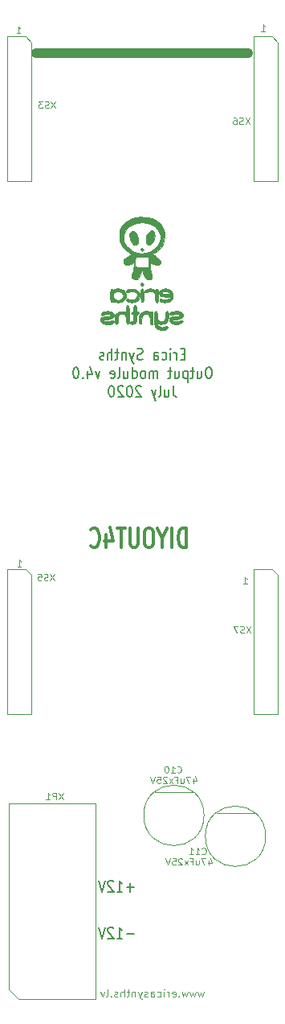
<source format=gbo>
G04 #@! TF.GenerationSoftware,KiCad,Pcbnew,(2016-12-20 revision 2972f6f)-master*
G04 #@! TF.CreationDate,2020-07-05T08:57:13+03:00*
G04 #@! TF.ProjectId,DIYOUT4C,4449594F555434432E6B696361645F70,rev?*
G04 #@! TF.FileFunction,Legend,Bot*
G04 #@! TF.FilePolarity,Positive*
%FSLAX46Y46*%
G04 Gerber Fmt 4.6, Leading zero omitted, Abs format (unit mm)*
G04 Created by KiCad (PCBNEW (2016-12-20 revision 2972f6f)-master) date Sun Jul  5 08:57:13 2020*
%MOMM*%
%LPD*%
G01*
G04 APERTURE LIST*
%ADD10C,0.100000*%
%ADD11C,0.300000*%
%ADD12C,1.000000*%
%ADD13C,0.150000*%
%ADD14C,0.200000*%
G04 APERTURE END LIST*
D10*
D11*
X19100000Y47895239D02*
X19100000Y49895239D01*
X18742857Y49895239D01*
X18528571Y49800000D01*
X18385714Y49609524D01*
X18314285Y49419048D01*
X18242857Y49038096D01*
X18242857Y48752381D01*
X18314285Y48371429D01*
X18385714Y48180953D01*
X18528571Y47990477D01*
X18742857Y47895239D01*
X19100000Y47895239D01*
X17600000Y47895239D02*
X17600000Y49895239D01*
X16600000Y48847620D02*
X16600000Y47895239D01*
X17100000Y49895239D02*
X16600000Y48847620D01*
X16100000Y49895239D01*
X15314285Y49895239D02*
X15028571Y49895239D01*
X14885714Y49800000D01*
X14742857Y49609524D01*
X14671428Y49228572D01*
X14671428Y48561905D01*
X14742857Y48180953D01*
X14885714Y47990477D01*
X15028571Y47895239D01*
X15314285Y47895239D01*
X15457142Y47990477D01*
X15600000Y48180953D01*
X15671428Y48561905D01*
X15671428Y49228572D01*
X15600000Y49609524D01*
X15457142Y49800000D01*
X15314285Y49895239D01*
X14028571Y49895239D02*
X14028571Y48276191D01*
X13957142Y48085715D01*
X13885714Y47990477D01*
X13742857Y47895239D01*
X13457142Y47895239D01*
X13314285Y47990477D01*
X13242857Y48085715D01*
X13171428Y48276191D01*
X13171428Y49895239D01*
X12671428Y49895239D02*
X11814285Y49895239D01*
X12242857Y47895239D02*
X12242857Y49895239D01*
X10671428Y49228572D02*
X10671428Y47895239D01*
X11028571Y49990477D02*
X11385714Y48561905D01*
X10457142Y48561905D01*
X9028571Y48085715D02*
X9100000Y47990477D01*
X9314285Y47895239D01*
X9457142Y47895239D01*
X9671428Y47990477D01*
X9814285Y48180953D01*
X9885714Y48371429D01*
X9957142Y48752381D01*
X9957142Y49038096D01*
X9885714Y49419048D01*
X9814285Y49609524D01*
X9671428Y49800000D01*
X9457142Y49895239D01*
X9314285Y49895239D01*
X9100000Y49800000D01*
X9028571Y49704762D01*
D12*
X3300000Y99900000D02*
X25600000Y99900000D01*
D10*
X27000000Y102183334D02*
X27400000Y102183334D01*
X27200000Y102183334D02*
X27200000Y102883334D01*
X27266666Y102783334D01*
X27333333Y102716667D01*
X27400000Y102683334D01*
X1200000Y101983334D02*
X1600000Y101983334D01*
X1400000Y101983334D02*
X1400000Y102683334D01*
X1466666Y102583334D01*
X1533333Y102516667D01*
X1600000Y102483334D01*
X1300000Y45883334D02*
X1700000Y45883334D01*
X1500000Y45883334D02*
X1500000Y46583334D01*
X1566666Y46483334D01*
X1633333Y46416667D01*
X1700000Y46383334D01*
X25126000Y44066334D02*
X25526000Y44066334D01*
X25326000Y44066334D02*
X25326000Y44766334D01*
X25392666Y44666334D01*
X25459333Y44599667D01*
X25526000Y44566334D01*
X20928571Y1171429D02*
X20776190Y638096D01*
X20623809Y1019048D01*
X20471428Y638096D01*
X20319047Y1171429D01*
X20090476Y1171429D02*
X19938095Y638096D01*
X19785714Y1019048D01*
X19633333Y638096D01*
X19480952Y1171429D01*
X19252380Y1171429D02*
X19100000Y638096D01*
X18947619Y1019048D01*
X18795238Y638096D01*
X18642857Y1171429D01*
X18338095Y714286D02*
X18300000Y676191D01*
X18338095Y638096D01*
X18376190Y676191D01*
X18338095Y714286D01*
X18338095Y638096D01*
X17652380Y676191D02*
X17728571Y638096D01*
X17880952Y638096D01*
X17957142Y676191D01*
X17995238Y752381D01*
X17995238Y1057143D01*
X17957142Y1133334D01*
X17880952Y1171429D01*
X17728571Y1171429D01*
X17652380Y1133334D01*
X17614285Y1057143D01*
X17614285Y980953D01*
X17995238Y904762D01*
X17271428Y638096D02*
X17271428Y1171429D01*
X17271428Y1019048D02*
X17233333Y1095239D01*
X17195238Y1133334D01*
X17119047Y1171429D01*
X17042857Y1171429D01*
X16776190Y638096D02*
X16776190Y1171429D01*
X16776190Y1438096D02*
X16814285Y1400000D01*
X16776190Y1361905D01*
X16738095Y1400000D01*
X16776190Y1438096D01*
X16776190Y1361905D01*
X16052380Y676191D02*
X16128571Y638096D01*
X16280952Y638096D01*
X16357142Y676191D01*
X16395238Y714286D01*
X16433333Y790477D01*
X16433333Y1019048D01*
X16395238Y1095239D01*
X16357142Y1133334D01*
X16280952Y1171429D01*
X16128571Y1171429D01*
X16052380Y1133334D01*
X15366666Y638096D02*
X15366666Y1057143D01*
X15404761Y1133334D01*
X15480952Y1171429D01*
X15633333Y1171429D01*
X15709523Y1133334D01*
X15366666Y676191D02*
X15442857Y638096D01*
X15633333Y638096D01*
X15709523Y676191D01*
X15747619Y752381D01*
X15747619Y828572D01*
X15709523Y904762D01*
X15633333Y942858D01*
X15442857Y942858D01*
X15366666Y980953D01*
X15023809Y676191D02*
X14947619Y638096D01*
X14795238Y638096D01*
X14719047Y676191D01*
X14680952Y752381D01*
X14680952Y790477D01*
X14719047Y866667D01*
X14795238Y904762D01*
X14909523Y904762D01*
X14985714Y942858D01*
X15023809Y1019048D01*
X15023809Y1057143D01*
X14985714Y1133334D01*
X14909523Y1171429D01*
X14795238Y1171429D01*
X14719047Y1133334D01*
X14414285Y1171429D02*
X14223809Y638096D01*
X14033333Y1171429D02*
X14223809Y638096D01*
X14300000Y447620D01*
X14338095Y409524D01*
X14414285Y371429D01*
X13728571Y1171429D02*
X13728571Y638096D01*
X13728571Y1095239D02*
X13690476Y1133334D01*
X13614285Y1171429D01*
X13500000Y1171429D01*
X13423809Y1133334D01*
X13385714Y1057143D01*
X13385714Y638096D01*
X13119047Y1171429D02*
X12814285Y1171429D01*
X13004761Y1438096D02*
X13004761Y752381D01*
X12966666Y676191D01*
X12890476Y638096D01*
X12814285Y638096D01*
X12547619Y638096D02*
X12547619Y1438096D01*
X12204761Y638096D02*
X12204761Y1057143D01*
X12242857Y1133334D01*
X12319047Y1171429D01*
X12433333Y1171429D01*
X12509523Y1133334D01*
X12547619Y1095239D01*
X11861904Y676191D02*
X11785714Y638096D01*
X11633333Y638096D01*
X11557142Y676191D01*
X11519047Y752381D01*
X11519047Y790477D01*
X11557142Y866667D01*
X11633333Y904762D01*
X11747619Y904762D01*
X11823809Y942858D01*
X11861904Y1019048D01*
X11861904Y1057143D01*
X11823809Y1133334D01*
X11747619Y1171429D01*
X11633333Y1171429D01*
X11557142Y1133334D01*
X11176190Y714286D02*
X11138095Y676191D01*
X11176190Y638096D01*
X11214285Y676191D01*
X11176190Y714286D01*
X11176190Y638096D01*
X10680952Y638096D02*
X10757142Y676191D01*
X10795238Y752381D01*
X10795238Y1438096D01*
X10452380Y1171429D02*
X10261904Y638096D01*
X10071428Y1171429D01*
D13*
X18976190Y68235715D02*
X18642857Y68235715D01*
X18500000Y67607143D02*
X18976190Y67607143D01*
X18976190Y68807143D01*
X18500000Y68807143D01*
X18071428Y67607143D02*
X18071428Y68407143D01*
X18071428Y68178572D02*
X18023809Y68292858D01*
X17976190Y68350000D01*
X17880952Y68407143D01*
X17785714Y68407143D01*
X17452380Y67607143D02*
X17452380Y68407143D01*
X17452380Y68807143D02*
X17500000Y68750000D01*
X17452380Y68692858D01*
X17404761Y68750000D01*
X17452380Y68807143D01*
X17452380Y68692858D01*
X16547619Y67664286D02*
X16642857Y67607143D01*
X16833333Y67607143D01*
X16928571Y67664286D01*
X16976190Y67721429D01*
X17023809Y67835715D01*
X17023809Y68178572D01*
X16976190Y68292858D01*
X16928571Y68350000D01*
X16833333Y68407143D01*
X16642857Y68407143D01*
X16547619Y68350000D01*
X15690476Y67607143D02*
X15690476Y68235715D01*
X15738095Y68350000D01*
X15833333Y68407143D01*
X16023809Y68407143D01*
X16119047Y68350000D01*
X15690476Y67664286D02*
X15785714Y67607143D01*
X16023809Y67607143D01*
X16119047Y67664286D01*
X16166666Y67778572D01*
X16166666Y67892858D01*
X16119047Y68007143D01*
X16023809Y68064286D01*
X15785714Y68064286D01*
X15690476Y68121429D01*
X14500000Y67664286D02*
X14357142Y67607143D01*
X14119047Y67607143D01*
X14023809Y67664286D01*
X13976190Y67721429D01*
X13928571Y67835715D01*
X13928571Y67950000D01*
X13976190Y68064286D01*
X14023809Y68121429D01*
X14119047Y68178572D01*
X14309523Y68235715D01*
X14404761Y68292858D01*
X14452380Y68350000D01*
X14500000Y68464286D01*
X14500000Y68578572D01*
X14452380Y68692858D01*
X14404761Y68750000D01*
X14309523Y68807143D01*
X14071428Y68807143D01*
X13928571Y68750000D01*
X13595238Y68407143D02*
X13357142Y67607143D01*
X13119047Y68407143D02*
X13357142Y67607143D01*
X13452380Y67321429D01*
X13500000Y67264286D01*
X13595238Y67207143D01*
X12738095Y68407143D02*
X12738095Y67607143D01*
X12738095Y68292858D02*
X12690476Y68350000D01*
X12595238Y68407143D01*
X12452380Y68407143D01*
X12357142Y68350000D01*
X12309523Y68235715D01*
X12309523Y67607143D01*
X11976190Y68407143D02*
X11595238Y68407143D01*
X11833333Y68807143D02*
X11833333Y67778572D01*
X11785714Y67664286D01*
X11690476Y67607143D01*
X11595238Y67607143D01*
X11261904Y67607143D02*
X11261904Y68807143D01*
X10833333Y67607143D02*
X10833333Y68235715D01*
X10880952Y68350000D01*
X10976190Y68407143D01*
X11119047Y68407143D01*
X11214285Y68350000D01*
X11261904Y68292858D01*
X10404761Y67664286D02*
X10309523Y67607143D01*
X10119047Y67607143D01*
X10023809Y67664286D01*
X9976190Y67778572D01*
X9976190Y67835715D01*
X10023809Y67950000D01*
X10119047Y68007143D01*
X10261904Y68007143D01*
X10357142Y68064286D01*
X10404761Y68178572D01*
X10404761Y68235715D01*
X10357142Y68350000D01*
X10261904Y68407143D01*
X10119047Y68407143D01*
X10023809Y68350000D01*
X21571428Y66857143D02*
X21380952Y66857143D01*
X21285714Y66800000D01*
X21190476Y66685715D01*
X21142857Y66457143D01*
X21142857Y66057143D01*
X21190476Y65828572D01*
X21285714Y65714286D01*
X21380952Y65657143D01*
X21571428Y65657143D01*
X21666666Y65714286D01*
X21761904Y65828572D01*
X21809523Y66057143D01*
X21809523Y66457143D01*
X21761904Y66685715D01*
X21666666Y66800000D01*
X21571428Y66857143D01*
X20285714Y66457143D02*
X20285714Y65657143D01*
X20714285Y66457143D02*
X20714285Y65828572D01*
X20666666Y65714286D01*
X20571428Y65657143D01*
X20428571Y65657143D01*
X20333333Y65714286D01*
X20285714Y65771429D01*
X19952380Y66457143D02*
X19571428Y66457143D01*
X19809523Y66857143D02*
X19809523Y65828572D01*
X19761904Y65714286D01*
X19666666Y65657143D01*
X19571428Y65657143D01*
X19238095Y66457143D02*
X19238095Y65257143D01*
X19238095Y66400000D02*
X19142857Y66457143D01*
X18952380Y66457143D01*
X18857142Y66400000D01*
X18809523Y66342858D01*
X18761904Y66228572D01*
X18761904Y65885715D01*
X18809523Y65771429D01*
X18857142Y65714286D01*
X18952380Y65657143D01*
X19142857Y65657143D01*
X19238095Y65714286D01*
X17904761Y66457143D02*
X17904761Y65657143D01*
X18333333Y66457143D02*
X18333333Y65828572D01*
X18285714Y65714286D01*
X18190476Y65657143D01*
X18047619Y65657143D01*
X17952380Y65714286D01*
X17904761Y65771429D01*
X17571428Y66457143D02*
X17190476Y66457143D01*
X17428571Y66857143D02*
X17428571Y65828572D01*
X17380952Y65714286D01*
X17285714Y65657143D01*
X17190476Y65657143D01*
X16095238Y65657143D02*
X16095238Y66457143D01*
X16095238Y66342858D02*
X16047619Y66400000D01*
X15952380Y66457143D01*
X15809523Y66457143D01*
X15714285Y66400000D01*
X15666666Y66285715D01*
X15666666Y65657143D01*
X15666666Y66285715D02*
X15619047Y66400000D01*
X15523809Y66457143D01*
X15380952Y66457143D01*
X15285714Y66400000D01*
X15238095Y66285715D01*
X15238095Y65657143D01*
X14619047Y65657143D02*
X14714285Y65714286D01*
X14761904Y65771429D01*
X14809523Y65885715D01*
X14809523Y66228572D01*
X14761904Y66342858D01*
X14714285Y66400000D01*
X14619047Y66457143D01*
X14476190Y66457143D01*
X14380952Y66400000D01*
X14333333Y66342858D01*
X14285714Y66228572D01*
X14285714Y65885715D01*
X14333333Y65771429D01*
X14380952Y65714286D01*
X14476190Y65657143D01*
X14619047Y65657143D01*
X13428571Y65657143D02*
X13428571Y66857143D01*
X13428571Y65714286D02*
X13523809Y65657143D01*
X13714285Y65657143D01*
X13809523Y65714286D01*
X13857142Y65771429D01*
X13904761Y65885715D01*
X13904761Y66228572D01*
X13857142Y66342858D01*
X13809523Y66400000D01*
X13714285Y66457143D01*
X13523809Y66457143D01*
X13428571Y66400000D01*
X12523809Y66457143D02*
X12523809Y65657143D01*
X12952380Y66457143D02*
X12952380Y65828572D01*
X12904761Y65714286D01*
X12809523Y65657143D01*
X12666666Y65657143D01*
X12571428Y65714286D01*
X12523809Y65771429D01*
X11904761Y65657143D02*
X12000000Y65714286D01*
X12047619Y65828572D01*
X12047619Y66857143D01*
X11142857Y65714286D02*
X11238095Y65657143D01*
X11428571Y65657143D01*
X11523809Y65714286D01*
X11571428Y65828572D01*
X11571428Y66285715D01*
X11523809Y66400000D01*
X11428571Y66457143D01*
X11238095Y66457143D01*
X11142857Y66400000D01*
X11095238Y66285715D01*
X11095238Y66171429D01*
X11571428Y66057143D01*
X10000000Y66457143D02*
X9761904Y65657143D01*
X9523809Y66457143D01*
X8714285Y66457143D02*
X8714285Y65657143D01*
X8952380Y66914286D02*
X9190476Y66057143D01*
X8571428Y66057143D01*
X8190476Y65771429D02*
X8142857Y65714286D01*
X8190476Y65657143D01*
X8238095Y65714286D01*
X8190476Y65771429D01*
X8190476Y65657143D01*
X7523809Y66857143D02*
X7428571Y66857143D01*
X7333333Y66800000D01*
X7285714Y66742858D01*
X7238095Y66628572D01*
X7190476Y66400000D01*
X7190476Y66114286D01*
X7238095Y65885715D01*
X7285714Y65771429D01*
X7333333Y65714286D01*
X7428571Y65657143D01*
X7523809Y65657143D01*
X7619047Y65714286D01*
X7666666Y65771429D01*
X7714285Y65885715D01*
X7761904Y66114286D01*
X7761904Y66400000D01*
X7714285Y66628572D01*
X7666666Y66742858D01*
X7619047Y66800000D01*
X7523809Y66857143D01*
X17738095Y64907143D02*
X17738095Y64050000D01*
X17785714Y63878572D01*
X17880952Y63764286D01*
X18023809Y63707143D01*
X18119047Y63707143D01*
X16833333Y64507143D02*
X16833333Y63707143D01*
X17261904Y64507143D02*
X17261904Y63878572D01*
X17214285Y63764286D01*
X17119047Y63707143D01*
X16976190Y63707143D01*
X16880952Y63764286D01*
X16833333Y63821429D01*
X16214285Y63707143D02*
X16309523Y63764286D01*
X16357142Y63878572D01*
X16357142Y64907143D01*
X15928571Y64507143D02*
X15690476Y63707143D01*
X15452380Y64507143D02*
X15690476Y63707143D01*
X15785714Y63421429D01*
X15833333Y63364286D01*
X15928571Y63307143D01*
X14357142Y64792858D02*
X14309523Y64850000D01*
X14214285Y64907143D01*
X13976190Y64907143D01*
X13880952Y64850000D01*
X13833333Y64792858D01*
X13785714Y64678572D01*
X13785714Y64564286D01*
X13833333Y64392858D01*
X14404761Y63707143D01*
X13785714Y63707143D01*
X13166666Y64907143D02*
X13071428Y64907143D01*
X12976190Y64850000D01*
X12928571Y64792858D01*
X12880952Y64678572D01*
X12833333Y64450000D01*
X12833333Y64164286D01*
X12880952Y63935715D01*
X12928571Y63821429D01*
X12976190Y63764286D01*
X13071428Y63707143D01*
X13166666Y63707143D01*
X13261904Y63764286D01*
X13309523Y63821429D01*
X13357142Y63935715D01*
X13404761Y64164286D01*
X13404761Y64450000D01*
X13357142Y64678572D01*
X13309523Y64792858D01*
X13261904Y64850000D01*
X13166666Y64907143D01*
X12452380Y64792858D02*
X12404761Y64850000D01*
X12309523Y64907143D01*
X12071428Y64907143D01*
X11976190Y64850000D01*
X11928571Y64792858D01*
X11880952Y64678572D01*
X11880952Y64564286D01*
X11928571Y64392858D01*
X12500000Y63707143D01*
X11880952Y63707143D01*
X11261904Y64907143D02*
X11166666Y64907143D01*
X11071428Y64850000D01*
X11023809Y64792858D01*
X10976190Y64678572D01*
X10928571Y64450000D01*
X10928571Y64164286D01*
X10976190Y63935715D01*
X11023809Y63821429D01*
X11071428Y63764286D01*
X11166666Y63707143D01*
X11261904Y63707143D01*
X11357142Y63764286D01*
X11404761Y63821429D01*
X11452380Y63935715D01*
X11500000Y64164286D01*
X11500000Y64450000D01*
X11452380Y64678572D01*
X11404761Y64792858D01*
X11357142Y64850000D01*
X11261904Y64907143D01*
D14*
X13561904Y12114286D02*
X12800000Y12114286D01*
X13180952Y11657143D02*
X13180952Y12571429D01*
X11800000Y11657143D02*
X12371428Y11657143D01*
X12085714Y11657143D02*
X12085714Y12857143D01*
X12180952Y12685715D01*
X12276190Y12571429D01*
X12371428Y12514286D01*
X11419047Y12742858D02*
X11371428Y12800000D01*
X11276190Y12857143D01*
X11038095Y12857143D01*
X10942857Y12800000D01*
X10895238Y12742858D01*
X10847619Y12628572D01*
X10847619Y12514286D01*
X10895238Y12342858D01*
X11466666Y11657143D01*
X10847619Y11657143D01*
X10561904Y12857143D02*
X10228571Y11657143D01*
X9895238Y12857143D01*
X13561904Y7214286D02*
X12800000Y7214286D01*
X11800000Y6757143D02*
X12371428Y6757143D01*
X12085714Y6757143D02*
X12085714Y7957143D01*
X12180952Y7785715D01*
X12276190Y7671429D01*
X12371428Y7614286D01*
X11419047Y7842858D02*
X11371428Y7900000D01*
X11276190Y7957143D01*
X11038095Y7957143D01*
X10942857Y7900000D01*
X10895238Y7842858D01*
X10847619Y7728572D01*
X10847619Y7614286D01*
X10895238Y7442858D01*
X11466666Y6757143D01*
X10847619Y6757143D01*
X10561904Y7957143D02*
X10228571Y6757143D01*
X9895238Y7957143D01*
D10*
X28770000Y86380000D02*
X26230000Y86380000D01*
X26230000Y86380000D02*
X26230000Y101620000D01*
X26230000Y101620000D02*
X28135000Y101620000D01*
X28135000Y101620000D02*
X28770000Y100985000D01*
X28770000Y100985000D02*
X28770000Y86380000D01*
X19768500Y22176500D02*
X15831500Y22176500D01*
X20980710Y19700000D02*
G75*
G03X20980710Y19700000I-3180710J0D01*
G01*
X26268500Y19976500D02*
X22331500Y19976500D01*
X27480710Y17500000D02*
G75*
G03X27480710Y17500000I-3180710J0D01*
G01*
X428000Y1429000D02*
X1444000Y413000D01*
X428000Y20987000D02*
X428000Y1429000D01*
X9572000Y413000D02*
X1444000Y413000D01*
X9572000Y20987000D02*
X428000Y20987000D01*
X9572000Y413000D02*
X9572000Y20987000D01*
X2770000Y86380000D02*
X230000Y86380000D01*
X230000Y86380000D02*
X230000Y101620000D01*
X230000Y101620000D02*
X2135000Y101620000D01*
X2135000Y101620000D02*
X2770000Y100985000D01*
X2770000Y100985000D02*
X2770000Y86380000D01*
X2770000Y30380000D02*
X230000Y30380000D01*
X230000Y30380000D02*
X230000Y45620000D01*
X230000Y45620000D02*
X2135000Y45620000D01*
X2135000Y45620000D02*
X2770000Y44985000D01*
X2770000Y44985000D02*
X2770000Y30380000D01*
X28770000Y30380000D02*
X26230000Y30380000D01*
X26230000Y30380000D02*
X26230000Y45620000D01*
X26230000Y45620000D02*
X28135000Y45620000D01*
X28135000Y45620000D02*
X28770000Y44985000D01*
X28770000Y44985000D02*
X28770000Y30380000D01*
G36*
X15732782Y72073353D02*
X15734600Y71903799D01*
X15743211Y71600886D01*
X15758139Y71380944D01*
X15781599Y71225429D01*
X15815808Y71115795D01*
X15832933Y71080751D01*
X15974904Y70919142D01*
X16183932Y70802781D01*
X16432090Y70740846D01*
X16691451Y70742517D01*
X16796094Y70764144D01*
X16972284Y70837983D01*
X17086256Y70937637D01*
X17121279Y71046498D01*
X17113590Y71079254D01*
X17067970Y71143717D01*
X16986493Y71156413D01*
X16848178Y71117482D01*
X16758147Y71081633D01*
X16597118Y71031146D01*
X16453616Y71036654D01*
X16376969Y71056466D01*
X16207877Y71125683D01*
X16108097Y71224488D01*
X16054312Y71351671D01*
X16038476Y71425415D01*
X16071282Y71441343D01*
X16175603Y71410023D01*
X16178453Y71409030D01*
X16390241Y71370459D01*
X16621540Y71382511D01*
X16832546Y71439427D01*
X16971723Y71523803D01*
X17082417Y71639707D01*
X17152569Y71755741D01*
X17194327Y71903226D01*
X17219837Y72113484D01*
X17224878Y72176596D01*
X17228625Y72447405D01*
X17193144Y72631332D01*
X17119300Y72725303D01*
X17067000Y72737600D01*
X16978116Y72692567D01*
X16920088Y72555903D01*
X16892155Y72325264D01*
X16889200Y72190014D01*
X16882733Y71984762D01*
X16859621Y71854443D01*
X16814300Y71772992D01*
X16796300Y71754874D01*
X16659085Y71689000D01*
X16477161Y71672327D01*
X16294219Y71703978D01*
X16171531Y71767424D01*
X16110566Y71828921D01*
X16072227Y71909807D01*
X16049543Y72035897D01*
X16035542Y72233011D01*
X16033355Y72279148D01*
X16018168Y72501418D01*
X15994684Y72639166D01*
X15959210Y72709364D01*
X15936506Y72724178D01*
X15856496Y72732381D01*
X15798366Y72680530D01*
X15759868Y72559494D01*
X15738756Y72360145D01*
X15732782Y72073353D01*
X15732782Y72073353D01*
X15732782Y72073353D01*
G37*
X15732782Y72073353D02*
X15734600Y71903799D01*
X15743211Y71600886D01*
X15758139Y71380944D01*
X15781599Y71225429D01*
X15815808Y71115795D01*
X15832933Y71080751D01*
X15974904Y70919142D01*
X16183932Y70802781D01*
X16432090Y70740846D01*
X16691451Y70742517D01*
X16796094Y70764144D01*
X16972284Y70837983D01*
X17086256Y70937637D01*
X17121279Y71046498D01*
X17113590Y71079254D01*
X17067970Y71143717D01*
X16986493Y71156413D01*
X16848178Y71117482D01*
X16758147Y71081633D01*
X16597118Y71031146D01*
X16453616Y71036654D01*
X16376969Y71056466D01*
X16207877Y71125683D01*
X16108097Y71224488D01*
X16054312Y71351671D01*
X16038476Y71425415D01*
X16071282Y71441343D01*
X16175603Y71410023D01*
X16178453Y71409030D01*
X16390241Y71370459D01*
X16621540Y71382511D01*
X16832546Y71439427D01*
X16971723Y71523803D01*
X17082417Y71639707D01*
X17152569Y71755741D01*
X17194327Y71903226D01*
X17219837Y72113484D01*
X17224878Y72176596D01*
X17228625Y72447405D01*
X17193144Y72631332D01*
X17119300Y72725303D01*
X17067000Y72737600D01*
X16978116Y72692567D01*
X16920088Y72555903D01*
X16892155Y72325264D01*
X16889200Y72190014D01*
X16882733Y71984762D01*
X16859621Y71854443D01*
X16814300Y71772992D01*
X16796300Y71754874D01*
X16659085Y71689000D01*
X16477161Y71672327D01*
X16294219Y71703978D01*
X16171531Y71767424D01*
X16110566Y71828921D01*
X16072227Y71909807D01*
X16049543Y72035897D01*
X16035542Y72233011D01*
X16033355Y72279148D01*
X16018168Y72501418D01*
X15994684Y72639166D01*
X15959210Y72709364D01*
X15936506Y72724178D01*
X15856496Y72732381D01*
X15798366Y72680530D01*
X15759868Y72559494D01*
X15738756Y72360145D01*
X15732782Y72073353D01*
X15732782Y72073353D01*
G36*
X17296540Y71821686D02*
X17337640Y71644341D01*
X17458457Y71495084D01*
X17651750Y71392140D01*
X17897172Y71340515D01*
X18174375Y71345211D01*
X18384481Y71386904D01*
X18585880Y71462646D01*
X18705138Y71551306D01*
X18735285Y71645506D01*
X18694974Y71715599D01*
X18612723Y71763248D01*
X18505334Y71738054D01*
X18497897Y71734715D01*
X18318060Y71675597D01*
X18119601Y71645455D01*
X17926919Y71643133D01*
X17764411Y71667474D01*
X17656475Y71717321D01*
X17625800Y71776055D01*
X17652671Y71815732D01*
X17743205Y71844497D01*
X17912285Y71865903D01*
X18043571Y71875790D01*
X18352557Y71915048D01*
X18570889Y71988529D01*
X18704643Y72099364D01*
X18759232Y72244812D01*
X18737602Y72432632D01*
X18628602Y72579863D01*
X18440204Y72681024D01*
X18180380Y72730635D01*
X18046532Y72734733D01*
X17807706Y72714999D01*
X17605942Y72666483D01*
X17454542Y72597112D01*
X17366812Y72514808D01*
X17356054Y72427497D01*
X17413823Y72357856D01*
X17493803Y72317173D01*
X17587186Y72326552D01*
X17678892Y72360832D01*
X17856827Y72411308D01*
X18054357Y72431747D01*
X18238197Y72422516D01*
X18375063Y72383980D01*
X18416414Y72352729D01*
X18449825Y72275900D01*
X18398446Y72222798D01*
X18257349Y72191415D01*
X18021608Y72179741D01*
X17991578Y72179578D01*
X17699052Y72154358D01*
X17481961Y72083240D01*
X17345920Y71970818D01*
X17296540Y71821686D01*
X17296540Y71821686D01*
X17296540Y71821686D01*
G37*
X17296540Y71821686D02*
X17337640Y71644341D01*
X17458457Y71495084D01*
X17651750Y71392140D01*
X17897172Y71340515D01*
X18174375Y71345211D01*
X18384481Y71386904D01*
X18585880Y71462646D01*
X18705138Y71551306D01*
X18735285Y71645506D01*
X18694974Y71715599D01*
X18612723Y71763248D01*
X18505334Y71738054D01*
X18497897Y71734715D01*
X18318060Y71675597D01*
X18119601Y71645455D01*
X17926919Y71643133D01*
X17764411Y71667474D01*
X17656475Y71717321D01*
X17625800Y71776055D01*
X17652671Y71815732D01*
X17743205Y71844497D01*
X17912285Y71865903D01*
X18043571Y71875790D01*
X18352557Y71915048D01*
X18570889Y71988529D01*
X18704643Y72099364D01*
X18759232Y72244812D01*
X18737602Y72432632D01*
X18628602Y72579863D01*
X18440204Y72681024D01*
X18180380Y72730635D01*
X18046532Y72734733D01*
X17807706Y72714999D01*
X17605942Y72666483D01*
X17454542Y72597112D01*
X17366812Y72514808D01*
X17356054Y72427497D01*
X17413823Y72357856D01*
X17493803Y72317173D01*
X17587186Y72326552D01*
X17678892Y72360832D01*
X17856827Y72411308D01*
X18054357Y72431747D01*
X18238197Y72422516D01*
X18375063Y72383980D01*
X18416414Y72352729D01*
X18449825Y72275900D01*
X18398446Y72222798D01*
X18257349Y72191415D01*
X18021608Y72179741D01*
X17991578Y72179578D01*
X17699052Y72154358D01*
X17481961Y72083240D01*
X17345920Y71970818D01*
X17296540Y71821686D01*
X17296540Y71821686D01*
G36*
X10032140Y71821686D02*
X10073240Y71644341D01*
X10194428Y71494735D01*
X10389215Y71391782D01*
X10638263Y71341083D01*
X10922234Y71348237D01*
X11032136Y71366639D01*
X11262480Y71429851D01*
X11399864Y71507461D01*
X11452492Y71604468D01*
X11453600Y71623382D01*
X11426824Y71717222D01*
X11339751Y71752602D01*
X11182266Y71731363D01*
X11058840Y71695192D01*
X10870155Y71653482D01*
X10680537Y71643979D01*
X10515544Y71663795D01*
X10400735Y71710042D01*
X10361400Y71774007D01*
X10386172Y71814561D01*
X10471107Y71843481D01*
X10632131Y71864699D01*
X10772146Y71875384D01*
X11071067Y71910924D01*
X11282354Y71975863D01*
X11417056Y72075442D01*
X11486005Y72214023D01*
X11482646Y72390626D01*
X11392821Y72546693D01*
X11231607Y72658300D01*
X11197886Y72671233D01*
X10989213Y72720100D01*
X10770340Y72733485D01*
X10557494Y72716269D01*
X10366902Y72673335D01*
X10214790Y72609563D01*
X10117386Y72529837D01*
X10090916Y72439037D01*
X10140046Y72352983D01*
X10204980Y72302304D01*
X10274366Y72304372D01*
X10377962Y72352030D01*
X10546968Y72407418D01*
X10749975Y72429884D01*
X10947221Y72419134D01*
X11098943Y72374875D01*
X11126391Y72357566D01*
X11185170Y72284056D01*
X11145476Y72229525D01*
X11008766Y72194623D01*
X10776500Y72180001D01*
X10727178Y72179578D01*
X10434652Y72154358D01*
X10217561Y72083240D01*
X10081520Y71970818D01*
X10032140Y71821686D01*
X10032140Y71821686D01*
X10032140Y71821686D01*
G37*
X10032140Y71821686D02*
X10073240Y71644341D01*
X10194428Y71494735D01*
X10389215Y71391782D01*
X10638263Y71341083D01*
X10922234Y71348237D01*
X11032136Y71366639D01*
X11262480Y71429851D01*
X11399864Y71507461D01*
X11452492Y71604468D01*
X11453600Y71623382D01*
X11426824Y71717222D01*
X11339751Y71752602D01*
X11182266Y71731363D01*
X11058840Y71695192D01*
X10870155Y71653482D01*
X10680537Y71643979D01*
X10515544Y71663795D01*
X10400735Y71710042D01*
X10361400Y71774007D01*
X10386172Y71814561D01*
X10471107Y71843481D01*
X10632131Y71864699D01*
X10772146Y71875384D01*
X11071067Y71910924D01*
X11282354Y71975863D01*
X11417056Y72075442D01*
X11486005Y72214023D01*
X11482646Y72390626D01*
X11392821Y72546693D01*
X11231607Y72658300D01*
X11197886Y72671233D01*
X10989213Y72720100D01*
X10770340Y72733485D01*
X10557494Y72716269D01*
X10366902Y72673335D01*
X10214790Y72609563D01*
X10117386Y72529837D01*
X10090916Y72439037D01*
X10140046Y72352983D01*
X10204980Y72302304D01*
X10274366Y72304372D01*
X10377962Y72352030D01*
X10546968Y72407418D01*
X10749975Y72429884D01*
X10947221Y72419134D01*
X11098943Y72374875D01*
X11126391Y72357566D01*
X11185170Y72284056D01*
X11145476Y72229525D01*
X11008766Y72194623D01*
X10776500Y72180001D01*
X10727178Y72179578D01*
X10434652Y72154358D01*
X10217561Y72083240D01*
X10081520Y71970818D01*
X10032140Y71821686D01*
X10032140Y71821686D01*
G36*
X14096741Y71682829D02*
X14115202Y71500841D01*
X14165652Y71400598D01*
X14250219Y71374102D01*
X14262096Y71375403D01*
X14317757Y71391586D01*
X14353735Y71434773D01*
X14376644Y71525801D01*
X14393101Y71685511D01*
X14402230Y71816794D01*
X14432384Y72083589D01*
X14488907Y72264242D01*
X14582192Y72372947D01*
X14722630Y72423897D01*
X14853249Y72432800D01*
X15039952Y72407450D01*
X15164760Y72323669D01*
X15236223Y72169859D01*
X15262890Y71934426D01*
X15263600Y71876176D01*
X15268740Y71640709D01*
X15288272Y71489331D01*
X15328367Y71404864D01*
X15395193Y71370131D01*
X15446836Y71366000D01*
X15568400Y71366000D01*
X15568400Y72027995D01*
X15566460Y72307121D01*
X15559486Y72500277D01*
X15545746Y72623037D01*
X15523510Y72690976D01*
X15491554Y72719478D01*
X15390461Y72715543D01*
X15342401Y72688959D01*
X15248288Y72655478D01*
X15168587Y72683275D01*
X14998584Y72730462D01*
X14786349Y72731260D01*
X14578449Y72688658D01*
X14466261Y72638236D01*
X14294408Y72501124D01*
X14184204Y72326064D01*
X14123085Y72089069D01*
X14108146Y71954559D01*
X14096741Y71682829D01*
X14096741Y71682829D01*
X14096741Y71682829D01*
G37*
X14096741Y71682829D02*
X14115202Y71500841D01*
X14165652Y71400598D01*
X14250219Y71374102D01*
X14262096Y71375403D01*
X14317757Y71391586D01*
X14353735Y71434773D01*
X14376644Y71525801D01*
X14393101Y71685511D01*
X14402230Y71816794D01*
X14432384Y72083589D01*
X14488907Y72264242D01*
X14582192Y72372947D01*
X14722630Y72423897D01*
X14853249Y72432800D01*
X15039952Y72407450D01*
X15164760Y72323669D01*
X15236223Y72169859D01*
X15262890Y71934426D01*
X15263600Y71876176D01*
X15268740Y71640709D01*
X15288272Y71489331D01*
X15328367Y71404864D01*
X15395193Y71370131D01*
X15446836Y71366000D01*
X15568400Y71366000D01*
X15568400Y72027995D01*
X15566460Y72307121D01*
X15559486Y72500277D01*
X15545746Y72623037D01*
X15523510Y72690976D01*
X15491554Y72719478D01*
X15390461Y72715543D01*
X15342401Y72688959D01*
X15248288Y72655478D01*
X15168587Y72683275D01*
X14998584Y72730462D01*
X14786349Y72731260D01*
X14578449Y72688658D01*
X14466261Y72638236D01*
X14294408Y72501124D01*
X14184204Y72326064D01*
X14123085Y72089069D01*
X14108146Y71954559D01*
X14096741Y71682829D01*
X14096741Y71682829D01*
G36*
X13155988Y71543561D02*
X13159959Y71448639D01*
X13231953Y71387297D01*
X13362098Y71365348D01*
X13515295Y71381853D01*
X13656444Y71435874D01*
X13695873Y71462960D01*
X13756975Y71524791D01*
X13796325Y71607014D01*
X13821014Y71735044D01*
X13838136Y71934296D01*
X13841200Y71983660D01*
X13856865Y72194122D01*
X13876019Y72320868D01*
X13903345Y72381779D01*
X13943529Y72394731D01*
X13948724Y72394030D01*
X14052216Y72419834D01*
X14117582Y72506483D01*
X14117182Y72601191D01*
X14046765Y72672212D01*
X13976605Y72696530D01*
X13913504Y72718513D01*
X13875582Y72778196D01*
X13852509Y72899999D01*
X13841200Y73016554D01*
X13820370Y73193331D01*
X13789496Y73291440D01*
X13739986Y73333802D01*
X13720288Y73339052D01*
X13626146Y73328072D01*
X13568005Y73244823D01*
X13540790Y73078718D01*
X13537178Y72957034D01*
X13531716Y72800704D01*
X13509145Y72718915D01*
X13458396Y72684790D01*
X13422100Y72677634D01*
X13324727Y72629873D01*
X13286499Y72546874D01*
X13311553Y72465559D01*
X13393682Y72424029D01*
X13455190Y72407882D01*
X13490364Y72365873D01*
X13506499Y72274865D01*
X13510884Y72111720D01*
X13511000Y72051800D01*
X13509140Y71865770D01*
X13497902Y71758169D01*
X13468802Y71705831D01*
X13413357Y71685589D01*
X13375018Y71680485D01*
X13230559Y71633158D01*
X13155988Y71543561D01*
X13155988Y71543561D01*
X13155988Y71543561D01*
G37*
X13155988Y71543561D02*
X13159959Y71448639D01*
X13231953Y71387297D01*
X13362098Y71365348D01*
X13515295Y71381853D01*
X13656444Y71435874D01*
X13695873Y71462960D01*
X13756975Y71524791D01*
X13796325Y71607014D01*
X13821014Y71735044D01*
X13838136Y71934296D01*
X13841200Y71983660D01*
X13856865Y72194122D01*
X13876019Y72320868D01*
X13903345Y72381779D01*
X13943529Y72394731D01*
X13948724Y72394030D01*
X14052216Y72419834D01*
X14117582Y72506483D01*
X14117182Y72601191D01*
X14046765Y72672212D01*
X13976605Y72696530D01*
X13913504Y72718513D01*
X13875582Y72778196D01*
X13852509Y72899999D01*
X13841200Y73016554D01*
X13820370Y73193331D01*
X13789496Y73291440D01*
X13739986Y73333802D01*
X13720288Y73339052D01*
X13626146Y73328072D01*
X13568005Y73244823D01*
X13540790Y73078718D01*
X13537178Y72957034D01*
X13531716Y72800704D01*
X13509145Y72718915D01*
X13458396Y72684790D01*
X13422100Y72677634D01*
X13324727Y72629873D01*
X13286499Y72546874D01*
X13311553Y72465559D01*
X13393682Y72424029D01*
X13455190Y72407882D01*
X13490364Y72365873D01*
X13506499Y72274865D01*
X13510884Y72111720D01*
X13511000Y72051800D01*
X13509140Y71865770D01*
X13497902Y71758169D01*
X13468802Y71705831D01*
X13413357Y71685589D01*
X13375018Y71680485D01*
X13230559Y71633158D01*
X13155988Y71543561D01*
X13155988Y71543561D01*
G36*
X11576506Y71663459D02*
X11606134Y71486294D01*
X11670940Y71390098D01*
X11754263Y71366000D01*
X11826666Y71392366D01*
X11874320Y71480015D01*
X11900885Y71641779D01*
X11910024Y71890487D01*
X11910107Y71912100D01*
X11930264Y72155294D01*
X11995531Y72315272D01*
X12114992Y72403815D01*
X12297730Y72432706D01*
X12311573Y72432800D01*
X12494425Y72414480D01*
X12621569Y72349877D01*
X12703819Y72224530D01*
X12751988Y72023976D01*
X12772171Y71816794D01*
X12788120Y71607570D01*
X12806882Y71479180D01*
X12834821Y71410920D01*
X12878301Y71382086D01*
X12907635Y71376015D01*
X13011068Y71397937D01*
X13047335Y71443669D01*
X13058137Y71520870D01*
X13067372Y71680442D01*
X13074363Y71903160D01*
X13078437Y72169798D01*
X13079200Y72351046D01*
X13075747Y72710880D01*
X13063875Y72979356D01*
X13041315Y73166529D01*
X13005798Y73282453D01*
X12955056Y73337185D01*
X12886819Y73340779D01*
X12857947Y73331649D01*
X12810910Y73291153D01*
X12784900Y73200554D01*
X12774983Y73038040D01*
X12774400Y72962360D01*
X12771736Y72783521D01*
X12759925Y72687075D01*
X12733244Y72653874D01*
X12685968Y72664767D01*
X12685500Y72664976D01*
X12486005Y72715911D01*
X12253091Y72720971D01*
X12038402Y72681168D01*
X11965212Y72650858D01*
X11791266Y72535816D01*
X11677439Y72392579D01*
X11611044Y72197421D01*
X11579570Y71929612D01*
X11576506Y71663459D01*
X11576506Y71663459D01*
X11576506Y71663459D01*
G37*
X11576506Y71663459D02*
X11606134Y71486294D01*
X11670940Y71390098D01*
X11754263Y71366000D01*
X11826666Y71392366D01*
X11874320Y71480015D01*
X11900885Y71641779D01*
X11910024Y71890487D01*
X11910107Y71912100D01*
X11930264Y72155294D01*
X11995531Y72315272D01*
X12114992Y72403815D01*
X12297730Y72432706D01*
X12311573Y72432800D01*
X12494425Y72414480D01*
X12621569Y72349877D01*
X12703819Y72224530D01*
X12751988Y72023976D01*
X12772171Y71816794D01*
X12788120Y71607570D01*
X12806882Y71479180D01*
X12834821Y71410920D01*
X12878301Y71382086D01*
X12907635Y71376015D01*
X13011068Y71397937D01*
X13047335Y71443669D01*
X13058137Y71520870D01*
X13067372Y71680442D01*
X13074363Y71903160D01*
X13078437Y72169798D01*
X13079200Y72351046D01*
X13075747Y72710880D01*
X13063875Y72979356D01*
X13041315Y73166529D01*
X13005798Y73282453D01*
X12955056Y73337185D01*
X12886819Y73340779D01*
X12857947Y73331649D01*
X12810910Y73291153D01*
X12784900Y73200554D01*
X12774983Y73038040D01*
X12774400Y72962360D01*
X12771736Y72783521D01*
X12759925Y72687075D01*
X12733244Y72653874D01*
X12685968Y72664767D01*
X12685500Y72664976D01*
X12486005Y72715911D01*
X12253091Y72720971D01*
X12038402Y72681168D01*
X11965212Y72650858D01*
X11791266Y72535816D01*
X11677439Y72392579D01*
X11611044Y72197421D01*
X11579570Y71929612D01*
X11576506Y71663459D01*
X11576506Y71663459D01*
G36*
X16250361Y74720121D02*
X16253241Y74570767D01*
X16314353Y74422795D01*
X16430528Y74320890D01*
X16551723Y74279969D01*
X16551723Y74592447D01*
X16554502Y74693005D01*
X16633214Y74768017D01*
X16764496Y74813455D01*
X16924986Y74825292D01*
X17091322Y74799501D01*
X17240140Y74732056D01*
X17263350Y74715113D01*
X17354771Y74630422D01*
X17396884Y74566207D01*
X17397200Y74562713D01*
X17350415Y74540874D01*
X17226050Y74524411D01*
X17048092Y74516093D01*
X16989206Y74515600D01*
X16773104Y74520074D01*
X16639711Y74535672D01*
X16570442Y74565659D01*
X16551723Y74592447D01*
X16551723Y74279969D01*
X16615135Y74258558D01*
X16881541Y74229303D01*
X16961883Y74226411D01*
X17197625Y74213083D01*
X17336650Y74185862D01*
X17383201Y74142248D01*
X17341521Y74079742D01*
X17283399Y74036977D01*
X17041266Y73934621D01*
X16779578Y73931933D01*
X16610056Y73979403D01*
X16434043Y74032506D01*
X16329442Y74025031D01*
X16284007Y73954051D01*
X16279600Y73900410D01*
X16325865Y73805726D01*
X16449198Y73731024D01*
X16626408Y73679836D01*
X16834304Y73655696D01*
X17049696Y73662134D01*
X17249391Y73702684D01*
X17340229Y73738864D01*
X17526381Y73881435D01*
X17646118Y74077481D01*
X17699182Y74303569D01*
X17685318Y74536267D01*
X17604268Y74752141D01*
X17455776Y74927759D01*
X17353980Y74994281D01*
X17116427Y75080675D01*
X16877291Y75105372D01*
X16653844Y75075020D01*
X16463359Y74996264D01*
X16323107Y74875749D01*
X16250361Y74720121D01*
X16250361Y74720121D01*
X16250361Y74720121D01*
G37*
X16250361Y74720121D02*
X16253241Y74570767D01*
X16314353Y74422795D01*
X16430528Y74320890D01*
X16551723Y74279969D01*
X16551723Y74592447D01*
X16554502Y74693005D01*
X16633214Y74768017D01*
X16764496Y74813455D01*
X16924986Y74825292D01*
X17091322Y74799501D01*
X17240140Y74732056D01*
X17263350Y74715113D01*
X17354771Y74630422D01*
X17396884Y74566207D01*
X17397200Y74562713D01*
X17350415Y74540874D01*
X17226050Y74524411D01*
X17048092Y74516093D01*
X16989206Y74515600D01*
X16773104Y74520074D01*
X16639711Y74535672D01*
X16570442Y74565659D01*
X16551723Y74592447D01*
X16551723Y74279969D01*
X16615135Y74258558D01*
X16881541Y74229303D01*
X16961883Y74226411D01*
X17197625Y74213083D01*
X17336650Y74185862D01*
X17383201Y74142248D01*
X17341521Y74079742D01*
X17283399Y74036977D01*
X17041266Y73934621D01*
X16779578Y73931933D01*
X16610056Y73979403D01*
X16434043Y74032506D01*
X16329442Y74025031D01*
X16284007Y73954051D01*
X16279600Y73900410D01*
X16325865Y73805726D01*
X16449198Y73731024D01*
X16626408Y73679836D01*
X16834304Y73655696D01*
X17049696Y73662134D01*
X17249391Y73702684D01*
X17340229Y73738864D01*
X17526381Y73881435D01*
X17646118Y74077481D01*
X17699182Y74303569D01*
X17685318Y74536267D01*
X17604268Y74752141D01*
X17455776Y74927759D01*
X17353980Y74994281D01*
X17116427Y75080675D01*
X16877291Y75105372D01*
X16653844Y75075020D01*
X16463359Y74996264D01*
X16323107Y74875749D01*
X16250361Y74720121D01*
X16250361Y74720121D01*
G36*
X14664635Y74834090D02*
X14680991Y74774541D01*
X14714581Y74738049D01*
X14778579Y74689333D01*
X14849275Y74693125D01*
X14949962Y74739630D01*
X15141789Y74801601D01*
X15351050Y74811565D01*
X15548787Y74774693D01*
X15706038Y74696154D01*
X15790844Y74589525D01*
X15807835Y74496590D01*
X15819566Y74339898D01*
X15823094Y74193946D01*
X15828366Y74006253D01*
X15841282Y73845216D01*
X15854419Y73766300D01*
X15918066Y73677337D01*
X16017171Y73650528D01*
X16093334Y73685867D01*
X16105897Y73746633D01*
X16116351Y73889016D01*
X16123737Y74093040D01*
X16127096Y74338728D01*
X16127200Y74391632D01*
X16125768Y74668090D01*
X16120104Y74859488D01*
X16108158Y74982342D01*
X16087881Y75053167D01*
X16057223Y75088481D01*
X16039641Y75097130D01*
X15936573Y75089033D01*
X15891404Y75047750D01*
X15814081Y74992734D01*
X15737664Y75013686D01*
X15525458Y75084266D01*
X15282195Y75103054D01*
X15040997Y75073345D01*
X14834984Y74998434D01*
X14721714Y74912623D01*
X14664635Y74834090D01*
X14664635Y74834090D01*
X14664635Y74834090D01*
G37*
X14664635Y74834090D02*
X14680991Y74774541D01*
X14714581Y74738049D01*
X14778579Y74689333D01*
X14849275Y74693125D01*
X14949962Y74739630D01*
X15141789Y74801601D01*
X15351050Y74811565D01*
X15548787Y74774693D01*
X15706038Y74696154D01*
X15790844Y74589525D01*
X15807835Y74496590D01*
X15819566Y74339898D01*
X15823094Y74193946D01*
X15828366Y74006253D01*
X15841282Y73845216D01*
X15854419Y73766300D01*
X15918066Y73677337D01*
X16017171Y73650528D01*
X16093334Y73685867D01*
X16105897Y73746633D01*
X16116351Y73889016D01*
X16123737Y74093040D01*
X16127096Y74338728D01*
X16127200Y74391632D01*
X16125768Y74668090D01*
X16120104Y74859488D01*
X16108158Y74982342D01*
X16087881Y75053167D01*
X16057223Y75088481D01*
X16039641Y75097130D01*
X15936573Y75089033D01*
X15891404Y75047750D01*
X15814081Y74992734D01*
X15737664Y75013686D01*
X15525458Y75084266D01*
X15282195Y75103054D01*
X15040997Y75073345D01*
X14834984Y74998434D01*
X14721714Y74912623D01*
X14664635Y74834090D01*
X14664635Y74834090D01*
G36*
X14305181Y74789917D02*
X14306150Y74569225D01*
X14309706Y74369930D01*
X14316145Y74092636D01*
X14324076Y73900726D01*
X14336286Y73777992D01*
X14355565Y73708228D01*
X14384699Y73675225D01*
X14426478Y73662776D01*
X14431479Y73662035D01*
X14527471Y73682538D01*
X14570485Y73763635D01*
X14583672Y73862255D01*
X14594265Y74035003D01*
X14600919Y74254418D01*
X14602507Y74416991D01*
X14595618Y74718682D01*
X14572187Y74928400D01*
X14529427Y75054834D01*
X14464550Y75106677D01*
X14384566Y75096595D01*
X14348849Y75073509D01*
X14324840Y75025644D01*
X14310848Y74936584D01*
X14305181Y74789917D01*
X14305181Y74789917D01*
X14305181Y74789917D01*
G37*
X14305181Y74789917D02*
X14306150Y74569225D01*
X14309706Y74369930D01*
X14316145Y74092636D01*
X14324076Y73900726D01*
X14336286Y73777992D01*
X14355565Y73708228D01*
X14384699Y73675225D01*
X14426478Y73662776D01*
X14431479Y73662035D01*
X14527471Y73682538D01*
X14570485Y73763635D01*
X14583672Y73862255D01*
X14594265Y74035003D01*
X14600919Y74254418D01*
X14602507Y74416991D01*
X14595618Y74718682D01*
X14572187Y74928400D01*
X14529427Y75054834D01*
X14464550Y75106677D01*
X14384566Y75096595D01*
X14348849Y75073509D01*
X14324840Y75025644D01*
X14310848Y74936584D01*
X14305181Y74789917D01*
X14305181Y74789917D01*
G36*
X12774400Y73900410D02*
X12820534Y73805315D01*
X12942933Y73730166D01*
X13117595Y73678512D01*
X13320518Y73653897D01*
X13527699Y73659870D01*
X13715137Y73699978D01*
X13815800Y73746517D01*
X14009924Y73892469D01*
X14123569Y74053491D01*
X14176555Y74260870D01*
X14182814Y74325888D01*
X14161757Y74601065D01*
X14057893Y74820844D01*
X13876896Y74979760D01*
X13624442Y75072349D01*
X13384000Y75095008D01*
X13144334Y75074044D01*
X12950527Y75015801D01*
X12822699Y74928391D01*
X12782958Y74852718D01*
X12790105Y74738118D01*
X12864159Y74695897D01*
X12997547Y74729327D01*
X13030976Y74745532D01*
X13210858Y74799999D01*
X13422371Y74809569D01*
X13624727Y74776939D01*
X13777139Y74704799D01*
X13788036Y74695541D01*
X13900187Y74535789D01*
X13927170Y74356685D01*
X13875667Y74182314D01*
X13752356Y74036762D01*
X13580975Y73948933D01*
X13434047Y73915590D01*
X13304587Y73921186D01*
X13140575Y73968659D01*
X13123137Y73974804D01*
X12941095Y74028234D01*
X12832368Y74027636D01*
X12782350Y73969895D01*
X12774400Y73900410D01*
X12774400Y73900410D01*
X12774400Y73900410D01*
G37*
X12774400Y73900410D02*
X12820534Y73805315D01*
X12942933Y73730166D01*
X13117595Y73678512D01*
X13320518Y73653897D01*
X13527699Y73659870D01*
X13715137Y73699978D01*
X13815800Y73746517D01*
X14009924Y73892469D01*
X14123569Y74053491D01*
X14176555Y74260870D01*
X14182814Y74325888D01*
X14161757Y74601065D01*
X14057893Y74820844D01*
X13876896Y74979760D01*
X13624442Y75072349D01*
X13384000Y75095008D01*
X13144334Y75074044D01*
X12950527Y75015801D01*
X12822699Y74928391D01*
X12782958Y74852718D01*
X12790105Y74738118D01*
X12864159Y74695897D01*
X12997547Y74729327D01*
X13030976Y74745532D01*
X13210858Y74799999D01*
X13422371Y74809569D01*
X13624727Y74776939D01*
X13777139Y74704799D01*
X13788036Y74695541D01*
X13900187Y74535789D01*
X13927170Y74356685D01*
X13875667Y74182314D01*
X13752356Y74036762D01*
X13580975Y73948933D01*
X13434047Y73915590D01*
X13304587Y73921186D01*
X13140575Y73968659D01*
X13123137Y73974804D01*
X12941095Y74028234D01*
X12832368Y74027636D01*
X12782350Y73969895D01*
X12774400Y73900410D01*
X12774400Y73900410D01*
G36*
X11090176Y74470202D02*
X11091600Y74235073D01*
X11101780Y74014329D01*
X11120682Y73831090D01*
X11148271Y73708474D01*
X11174847Y73670123D01*
X11274647Y73674666D01*
X11328752Y73704586D01*
X11379337Y73726790D01*
X11379337Y74426940D01*
X11436488Y74597334D01*
X11566610Y74732094D01*
X11606000Y74754665D01*
X11813718Y74817857D01*
X12025321Y74813185D01*
X12218164Y74750071D01*
X12369603Y74637935D01*
X12456989Y74486198D01*
X12469600Y74395388D01*
X12426677Y74187032D01*
X12308853Y74031435D01*
X12132554Y73936828D01*
X11914200Y73911442D01*
X11670216Y73963507D01*
X11635331Y73977284D01*
X11479798Y74089381D01*
X11394121Y74248444D01*
X11379337Y74426940D01*
X11379337Y73726790D01*
X11415589Y73742701D01*
X11530727Y73711615D01*
X11533695Y73710269D01*
X11684602Y73672197D01*
X11889592Y73657273D01*
X12103806Y73665566D01*
X12282382Y73697144D01*
X12317174Y73709072D01*
X12534351Y73847798D01*
X12684350Y74056089D01*
X12727274Y74173643D01*
X12756012Y74431729D01*
X12690566Y74663846D01*
X12564405Y74845778D01*
X12375509Y74990365D01*
X12131308Y75077642D01*
X11863585Y75102631D01*
X11604123Y75060352D01*
X11490501Y75014016D01*
X11383829Y75002957D01*
X11323931Y75044413D01*
X11230497Y75094537D01*
X11172730Y75092207D01*
X11138785Y75030720D01*
X11113734Y74891144D01*
X11097543Y74696599D01*
X11090176Y74470202D01*
X11090176Y74470202D01*
X11090176Y74470202D01*
G37*
X11090176Y74470202D02*
X11091600Y74235073D01*
X11101780Y74014329D01*
X11120682Y73831090D01*
X11148271Y73708474D01*
X11174847Y73670123D01*
X11274647Y73674666D01*
X11328752Y73704586D01*
X11379337Y73726790D01*
X11379337Y74426940D01*
X11436488Y74597334D01*
X11566610Y74732094D01*
X11606000Y74754665D01*
X11813718Y74817857D01*
X12025321Y74813185D01*
X12218164Y74750071D01*
X12369603Y74637935D01*
X12456989Y74486198D01*
X12469600Y74395388D01*
X12426677Y74187032D01*
X12308853Y74031435D01*
X12132554Y73936828D01*
X11914200Y73911442D01*
X11670216Y73963507D01*
X11635331Y73977284D01*
X11479798Y74089381D01*
X11394121Y74248444D01*
X11379337Y74426940D01*
X11379337Y73726790D01*
X11415589Y73742701D01*
X11530727Y73711615D01*
X11533695Y73710269D01*
X11684602Y73672197D01*
X11889592Y73657273D01*
X12103806Y73665566D01*
X12282382Y73697144D01*
X12317174Y73709072D01*
X12534351Y73847798D01*
X12684350Y74056089D01*
X12727274Y74173643D01*
X12756012Y74431729D01*
X12690566Y74663846D01*
X12564405Y74845778D01*
X12375509Y74990365D01*
X12131308Y75077642D01*
X11863585Y75102631D01*
X11604123Y75060352D01*
X11490501Y75014016D01*
X11383829Y75002957D01*
X11323931Y75044413D01*
X11230497Y75094537D01*
X11172730Y75092207D01*
X11138785Y75030720D01*
X11113734Y74891144D01*
X11097543Y74696599D01*
X11090176Y74470202D01*
X11090176Y74470202D01*
G36*
X14302311Y75528262D02*
X14341946Y75435025D01*
X14378755Y75410036D01*
X14457082Y75383474D01*
X14501833Y75400578D01*
X14542240Y75440160D01*
X14592823Y75543711D01*
X14569098Y75643901D01*
X14490929Y75708110D01*
X14381039Y75704842D01*
X14315471Y75634809D01*
X14302311Y75528262D01*
X14302311Y75528262D01*
X14302311Y75528262D01*
G37*
X14302311Y75528262D02*
X14341946Y75435025D01*
X14378755Y75410036D01*
X14457082Y75383474D01*
X14501833Y75400578D01*
X14542240Y75440160D01*
X14592823Y75543711D01*
X14569098Y75643901D01*
X14490929Y75708110D01*
X14381039Y75704842D01*
X14315471Y75634809D01*
X14302311Y75528262D01*
X14302311Y75528262D01*
G36*
X12036490Y80803810D02*
X12046312Y80364971D01*
X12063483Y80254440D01*
X12183955Y79842098D01*
X12382429Y79474293D01*
X12490717Y79348480D01*
X12490717Y80479063D01*
X12543320Y80813784D01*
X12663527Y81137085D01*
X12846452Y81425283D01*
X12952912Y81542078D01*
X13261098Y81773805D01*
X13629563Y81939732D01*
X14039424Y82037747D01*
X14471797Y82065733D01*
X14907799Y82021577D01*
X15328545Y81903165D01*
X15502768Y81827582D01*
X15824732Y81621709D01*
X16076141Y81360538D01*
X16253974Y81058744D01*
X16355208Y80731000D01*
X16376823Y80391981D01*
X16315797Y80056360D01*
X16169109Y79738811D01*
X15981775Y79501161D01*
X15617359Y79188418D01*
X15225249Y78964787D01*
X14815198Y78832435D01*
X14396963Y78793527D01*
X13980299Y78850230D01*
X13627926Y78978422D01*
X13350510Y79137683D01*
X13079137Y79340432D01*
X12840011Y79563762D01*
X12659336Y79784767D01*
X12607871Y79870083D01*
X12510605Y80156602D01*
X12490717Y80479063D01*
X12490717Y79348480D01*
X12648321Y79165368D01*
X12971046Y78929665D01*
X13083116Y78872724D01*
X13221536Y78804883D01*
X13312355Y78752051D01*
X13333200Y78732211D01*
X13292305Y78696068D01*
X13187325Y78631019D01*
X13096669Y78580946D01*
X12910658Y78474286D01*
X12723634Y78355010D01*
X12664869Y78314015D01*
X12541423Y78211917D01*
X12484204Y78116826D01*
X12469633Y77988234D01*
X12469600Y77978537D01*
X12511389Y77783668D01*
X12624678Y77640683D01*
X12791351Y77569100D01*
X12853875Y77564467D01*
X12980732Y77590804D01*
X13146827Y77657534D01*
X13257000Y77716000D01*
X13401698Y77797752D01*
X13512324Y77852826D01*
X13555314Y77867534D01*
X13572585Y77821097D01*
X13581199Y77696180D01*
X13580083Y77515619D01*
X13576204Y77423900D01*
X13551513Y77141882D01*
X13507154Y76926739D01*
X13436039Y76744530D01*
X13433051Y76738478D01*
X13355365Y76521952D01*
X13364953Y76346087D01*
X13464730Y76194923D01*
X13544678Y76127073D01*
X13689808Y76063371D01*
X13689808Y77846794D01*
X13692024Y78047996D01*
X13705785Y78227920D01*
X13731359Y78355981D01*
X13741388Y78379740D01*
X13772350Y78421192D01*
X13824729Y78449094D01*
X13916604Y78466074D01*
X14066054Y78474762D01*
X14291157Y78477786D01*
X14417028Y78478000D01*
X14738455Y78472639D01*
X14959624Y78456509D01*
X15081311Y78429541D01*
X15101041Y78417040D01*
X15127655Y78341588D01*
X15147550Y78194308D01*
X15159812Y78004805D01*
X15163528Y77802686D01*
X15157783Y77617557D01*
X15141665Y77479024D01*
X15131165Y77440755D01*
X15103382Y77406812D01*
X15039915Y77383738D01*
X14924521Y77369600D01*
X14740953Y77362466D01*
X14472966Y77360405D01*
X14455525Y77360400D01*
X14130649Y77365400D01*
X13905039Y77380506D01*
X13776849Y77405877D01*
X13749761Y77421360D01*
X13718944Y77502892D01*
X13698870Y77654898D01*
X13689808Y77846794D01*
X13689808Y76063371D01*
X13711571Y76053818D01*
X13876836Y76076485D01*
X14033254Y76189548D01*
X14173609Y76387483D01*
X14290681Y76664765D01*
X14304525Y76708688D01*
X14370581Y76899141D01*
X14428877Y77018097D01*
X14473460Y77058086D01*
X14498375Y77011639D01*
X14501600Y76955906D01*
X14530286Y76789286D01*
X14604153Y76584545D01*
X14704913Y76381409D01*
X14814282Y76219604D01*
X14863959Y76168709D01*
X15013732Y76069116D01*
X15153458Y76049329D01*
X15298380Y76090755D01*
X15439997Y76195778D01*
X15506447Y76357900D01*
X15495367Y76563353D01*
X15416000Y76776200D01*
X15361324Y76911482D01*
X15329532Y77071963D01*
X15315892Y77287939D01*
X15314400Y77426791D01*
X15314400Y77878099D01*
X15593031Y77720850D01*
X15853706Y77602220D01*
X16064604Y77569788D01*
X16229252Y77623262D01*
X16278308Y77663908D01*
X16396019Y77824887D01*
X16420784Y77983367D01*
X16350729Y78143336D01*
X16183980Y78308783D01*
X15918663Y78483699D01*
X15883896Y78503400D01*
X15716591Y78599914D01*
X15590149Y78678398D01*
X15525474Y78725676D01*
X15521234Y78732000D01*
X15563570Y78765419D01*
X15672580Y78825679D01*
X15786383Y78881512D01*
X16132657Y79097537D01*
X16416281Y79383990D01*
X16631121Y79726868D01*
X16771043Y80112169D01*
X16829914Y80525890D01*
X16801599Y80954029D01*
X16766408Y81118746D01*
X16612277Y81522779D01*
X16374042Y81876435D01*
X16060324Y82170867D01*
X15679743Y82397232D01*
X15423849Y82496391D01*
X15080936Y82577088D01*
X14688000Y82623593D01*
X14285074Y82634094D01*
X13912193Y82606778D01*
X13726900Y82573232D01*
X13265637Y82421185D01*
X12868524Y82201316D01*
X12541308Y81921636D01*
X12289733Y81590152D01*
X12119546Y81214874D01*
X12036490Y80803810D01*
X12036490Y80803810D01*
X12036490Y80803810D01*
G37*
X12036490Y80803810D02*
X12046312Y80364971D01*
X12063483Y80254440D01*
X12183955Y79842098D01*
X12382429Y79474293D01*
X12490717Y79348480D01*
X12490717Y80479063D01*
X12543320Y80813784D01*
X12663527Y81137085D01*
X12846452Y81425283D01*
X12952912Y81542078D01*
X13261098Y81773805D01*
X13629563Y81939732D01*
X14039424Y82037747D01*
X14471797Y82065733D01*
X14907799Y82021577D01*
X15328545Y81903165D01*
X15502768Y81827582D01*
X15824732Y81621709D01*
X16076141Y81360538D01*
X16253974Y81058744D01*
X16355208Y80731000D01*
X16376823Y80391981D01*
X16315797Y80056360D01*
X16169109Y79738811D01*
X15981775Y79501161D01*
X15617359Y79188418D01*
X15225249Y78964787D01*
X14815198Y78832435D01*
X14396963Y78793527D01*
X13980299Y78850230D01*
X13627926Y78978422D01*
X13350510Y79137683D01*
X13079137Y79340432D01*
X12840011Y79563762D01*
X12659336Y79784767D01*
X12607871Y79870083D01*
X12510605Y80156602D01*
X12490717Y80479063D01*
X12490717Y79348480D01*
X12648321Y79165368D01*
X12971046Y78929665D01*
X13083116Y78872724D01*
X13221536Y78804883D01*
X13312355Y78752051D01*
X13333200Y78732211D01*
X13292305Y78696068D01*
X13187325Y78631019D01*
X13096669Y78580946D01*
X12910658Y78474286D01*
X12723634Y78355010D01*
X12664869Y78314015D01*
X12541423Y78211917D01*
X12484204Y78116826D01*
X12469633Y77988234D01*
X12469600Y77978537D01*
X12511389Y77783668D01*
X12624678Y77640683D01*
X12791351Y77569100D01*
X12853875Y77564467D01*
X12980732Y77590804D01*
X13146827Y77657534D01*
X13257000Y77716000D01*
X13401698Y77797752D01*
X13512324Y77852826D01*
X13555314Y77867534D01*
X13572585Y77821097D01*
X13581199Y77696180D01*
X13580083Y77515619D01*
X13576204Y77423900D01*
X13551513Y77141882D01*
X13507154Y76926739D01*
X13436039Y76744530D01*
X13433051Y76738478D01*
X13355365Y76521952D01*
X13364953Y76346087D01*
X13464730Y76194923D01*
X13544678Y76127073D01*
X13689808Y76063371D01*
X13689808Y77846794D01*
X13692024Y78047996D01*
X13705785Y78227920D01*
X13731359Y78355981D01*
X13741388Y78379740D01*
X13772350Y78421192D01*
X13824729Y78449094D01*
X13916604Y78466074D01*
X14066054Y78474762D01*
X14291157Y78477786D01*
X14417028Y78478000D01*
X14738455Y78472639D01*
X14959624Y78456509D01*
X15081311Y78429541D01*
X15101041Y78417040D01*
X15127655Y78341588D01*
X15147550Y78194308D01*
X15159812Y78004805D01*
X15163528Y77802686D01*
X15157783Y77617557D01*
X15141665Y77479024D01*
X15131165Y77440755D01*
X15103382Y77406812D01*
X15039915Y77383738D01*
X14924521Y77369600D01*
X14740953Y77362466D01*
X14472966Y77360405D01*
X14455525Y77360400D01*
X14130649Y77365400D01*
X13905039Y77380506D01*
X13776849Y77405877D01*
X13749761Y77421360D01*
X13718944Y77502892D01*
X13698870Y77654898D01*
X13689808Y77846794D01*
X13689808Y76063371D01*
X13711571Y76053818D01*
X13876836Y76076485D01*
X14033254Y76189548D01*
X14173609Y76387483D01*
X14290681Y76664765D01*
X14304525Y76708688D01*
X14370581Y76899141D01*
X14428877Y77018097D01*
X14473460Y77058086D01*
X14498375Y77011639D01*
X14501600Y76955906D01*
X14530286Y76789286D01*
X14604153Y76584545D01*
X14704913Y76381409D01*
X14814282Y76219604D01*
X14863959Y76168709D01*
X15013732Y76069116D01*
X15153458Y76049329D01*
X15298380Y76090755D01*
X15439997Y76195778D01*
X15506447Y76357900D01*
X15495367Y76563353D01*
X15416000Y76776200D01*
X15361324Y76911482D01*
X15329532Y77071963D01*
X15315892Y77287939D01*
X15314400Y77426791D01*
X15314400Y77878099D01*
X15593031Y77720850D01*
X15853706Y77602220D01*
X16064604Y77569788D01*
X16229252Y77623262D01*
X16278308Y77663908D01*
X16396019Y77824887D01*
X16420784Y77983367D01*
X16350729Y78143336D01*
X16183980Y78308783D01*
X15918663Y78483699D01*
X15883896Y78503400D01*
X15716591Y78599914D01*
X15590149Y78678398D01*
X15525474Y78725676D01*
X15521234Y78732000D01*
X15563570Y78765419D01*
X15672580Y78825679D01*
X15786383Y78881512D01*
X16132657Y79097537D01*
X16416281Y79383990D01*
X16631121Y79726868D01*
X16771043Y80112169D01*
X16829914Y80525890D01*
X16801599Y80954029D01*
X16766408Y81118746D01*
X16612277Y81522779D01*
X16374042Y81876435D01*
X16060324Y82170867D01*
X15679743Y82397232D01*
X15423849Y82496391D01*
X15080936Y82577088D01*
X14688000Y82623593D01*
X14285074Y82634094D01*
X13912193Y82606778D01*
X13726900Y82573232D01*
X13265637Y82421185D01*
X12868524Y82201316D01*
X12541308Y81921636D01*
X12289733Y81590152D01*
X12119546Y81214874D01*
X12036490Y80803810D01*
X12036490Y80803810D01*
G36*
X14273420Y79195116D02*
X14280417Y79162791D01*
X14356427Y79078765D01*
X14469168Y79076683D01*
X14530317Y79109144D01*
X14589242Y79201206D01*
X14565574Y79302686D01*
X14470007Y79376407D01*
X14378360Y79366443D01*
X14301837Y79293624D01*
X14273420Y79195116D01*
X14273420Y79195116D01*
X14273420Y79195116D01*
G37*
X14273420Y79195116D02*
X14280417Y79162791D01*
X14356427Y79078765D01*
X14469168Y79076683D01*
X14530317Y79109144D01*
X14589242Y79201206D01*
X14565574Y79302686D01*
X14470007Y79376407D01*
X14378360Y79366443D01*
X14301837Y79293624D01*
X14273420Y79195116D01*
X14273420Y79195116D01*
G36*
X14848981Y80069528D02*
X14904308Y79866707D01*
X14927314Y79826360D01*
X15049150Y79717743D01*
X15201577Y79696641D01*
X15365056Y79762197D01*
X15467183Y79850010D01*
X15629322Y80086780D01*
X15729990Y80367506D01*
X15762659Y80660234D01*
X15720797Y80933014D01*
X15700038Y80989337D01*
X15600285Y81141779D01*
X15466753Y81198627D01*
X15296616Y81160878D01*
X15261675Y81144005D01*
X15111149Y81015340D01*
X14987439Y80815277D01*
X14897723Y80572097D01*
X14849178Y80314086D01*
X14848981Y80069528D01*
X14848981Y80069528D01*
X14848981Y80069528D01*
G37*
X14848981Y80069528D02*
X14904308Y79866707D01*
X14927314Y79826360D01*
X15049150Y79717743D01*
X15201577Y79696641D01*
X15365056Y79762197D01*
X15467183Y79850010D01*
X15629322Y80086780D01*
X15729990Y80367506D01*
X15762659Y80660234D01*
X15720797Y80933014D01*
X15700038Y80989337D01*
X15600285Y81141779D01*
X15466753Y81198627D01*
X15296616Y81160878D01*
X15261675Y81144005D01*
X15111149Y81015340D01*
X14987439Y80815277D01*
X14897723Y80572097D01*
X14849178Y80314086D01*
X14848981Y80069528D01*
X14848981Y80069528D01*
G36*
X13109535Y80706460D02*
X13149838Y80346549D01*
X13269170Y80044748D01*
X13394641Y79870643D01*
X13554901Y79738632D01*
X13715832Y79697294D01*
X13862939Y79748745D01*
X13913832Y79794858D01*
X14002663Y79962826D01*
X14031312Y80182160D01*
X14007013Y80428211D01*
X13937000Y80676333D01*
X13828508Y80901880D01*
X13688769Y81080205D01*
X13525019Y81186661D01*
X13503277Y81193671D01*
X13375057Y81183121D01*
X13251091Y81102003D01*
X13165193Y81013692D01*
X13122815Y80915725D01*
X13109812Y80768577D01*
X13109535Y80706460D01*
X13109535Y80706460D01*
X13109535Y80706460D01*
G37*
X13109535Y80706460D02*
X13149838Y80346549D01*
X13269170Y80044748D01*
X13394641Y79870643D01*
X13554901Y79738632D01*
X13715832Y79697294D01*
X13862939Y79748745D01*
X13913832Y79794858D01*
X14002663Y79962826D01*
X14031312Y80182160D01*
X14007013Y80428211D01*
X13937000Y80676333D01*
X13828508Y80901880D01*
X13688769Y81080205D01*
X13525019Y81186661D01*
X13503277Y81193671D01*
X13375057Y81183121D01*
X13251091Y81102003D01*
X13165193Y81013692D01*
X13122815Y80915725D01*
X13109812Y80768577D01*
X13109535Y80706460D01*
X13109535Y80706460D01*
X25800000Y93083334D02*
X25333333Y92383334D01*
X25333333Y93083334D02*
X25800000Y92383334D01*
X25100000Y92416667D02*
X25000000Y92383334D01*
X24833333Y92383334D01*
X24766666Y92416667D01*
X24733333Y92450000D01*
X24700000Y92516667D01*
X24700000Y92583334D01*
X24733333Y92650000D01*
X24766666Y92683334D01*
X24833333Y92716667D01*
X24966666Y92750000D01*
X25033333Y92783334D01*
X25066666Y92816667D01*
X25100000Y92883334D01*
X25100000Y92950000D01*
X25066666Y93016667D01*
X25033333Y93050000D01*
X24966666Y93083334D01*
X24800000Y93083334D01*
X24700000Y93050000D01*
X24100000Y93083334D02*
X24233333Y93083334D01*
X24300000Y93050000D01*
X24333333Y93016667D01*
X24400000Y92916667D01*
X24433333Y92783334D01*
X24433333Y92516667D01*
X24400000Y92450000D01*
X24366666Y92416667D01*
X24300000Y92383334D01*
X24166666Y92383334D01*
X24100000Y92416667D01*
X24066666Y92450000D01*
X24033333Y92516667D01*
X24033333Y92683334D01*
X24066666Y92750000D01*
X24100000Y92783334D01*
X24166666Y92816667D01*
X24300000Y92816667D01*
X24366666Y92783334D01*
X24400000Y92750000D01*
X24433333Y92683334D01*
X19866666Y23550000D02*
X19866666Y23083334D01*
X20033333Y23816667D02*
X20200000Y23316667D01*
X19766666Y23316667D01*
X19566666Y23783334D02*
X19100000Y23783334D01*
X19400000Y23083334D01*
X18533333Y23550000D02*
X18533333Y23083334D01*
X18833333Y23550000D02*
X18833333Y23183334D01*
X18800000Y23116667D01*
X18733333Y23083334D01*
X18633333Y23083334D01*
X18566666Y23116667D01*
X18533333Y23150000D01*
X17966666Y23450000D02*
X18200000Y23450000D01*
X18200000Y23083334D02*
X18200000Y23783334D01*
X17866666Y23783334D01*
X17666666Y23083334D02*
X17300000Y23550000D01*
X17666666Y23550000D02*
X17300000Y23083334D01*
X17066666Y23716667D02*
X17033333Y23750000D01*
X16966666Y23783334D01*
X16800000Y23783334D01*
X16733333Y23750000D01*
X16700000Y23716667D01*
X16666666Y23650000D01*
X16666666Y23583334D01*
X16700000Y23483334D01*
X17100000Y23083334D01*
X16666666Y23083334D01*
X16033333Y23783334D02*
X16366666Y23783334D01*
X16400000Y23450000D01*
X16366666Y23483334D01*
X16300000Y23516667D01*
X16133333Y23516667D01*
X16066666Y23483334D01*
X16033333Y23450000D01*
X16000000Y23383334D01*
X16000000Y23216667D01*
X16033333Y23150000D01*
X16066666Y23116667D01*
X16133333Y23083334D01*
X16300000Y23083334D01*
X16366666Y23116667D01*
X16400000Y23150000D01*
X15800000Y23783334D02*
X15566666Y23083334D01*
X15333333Y23783334D01*
X18150000Y24250000D02*
X18183333Y24216667D01*
X18283333Y24183334D01*
X18350000Y24183334D01*
X18450000Y24216667D01*
X18516666Y24283334D01*
X18550000Y24350000D01*
X18583333Y24483334D01*
X18583333Y24583334D01*
X18550000Y24716667D01*
X18516666Y24783334D01*
X18450000Y24850000D01*
X18350000Y24883334D01*
X18283333Y24883334D01*
X18183333Y24850000D01*
X18150000Y24816667D01*
X17483333Y24183334D02*
X17883333Y24183334D01*
X17683333Y24183334D02*
X17683333Y24883334D01*
X17750000Y24783334D01*
X17816666Y24716667D01*
X17883333Y24683334D01*
X17050000Y24883334D02*
X16983333Y24883334D01*
X16916666Y24850000D01*
X16883333Y24816667D01*
X16850000Y24750000D01*
X16816666Y24616667D01*
X16816666Y24450000D01*
X16850000Y24316667D01*
X16883333Y24250000D01*
X16916666Y24216667D01*
X16983333Y24183334D01*
X17050000Y24183334D01*
X17116666Y24216667D01*
X17150000Y24250000D01*
X17183333Y24316667D01*
X17216666Y24450000D01*
X17216666Y24616667D01*
X17183333Y24750000D01*
X17150000Y24816667D01*
X17116666Y24850000D01*
X17050000Y24883334D01*
X21466666Y14950000D02*
X21466666Y14483334D01*
X21633333Y15216667D02*
X21800000Y14716667D01*
X21366666Y14716667D01*
X21166666Y15183334D02*
X20700000Y15183334D01*
X21000000Y14483334D01*
X20133333Y14950000D02*
X20133333Y14483334D01*
X20433333Y14950000D02*
X20433333Y14583334D01*
X20400000Y14516667D01*
X20333333Y14483334D01*
X20233333Y14483334D01*
X20166666Y14516667D01*
X20133333Y14550000D01*
X19566666Y14850000D02*
X19800000Y14850000D01*
X19800000Y14483334D02*
X19800000Y15183334D01*
X19466666Y15183334D01*
X19266666Y14483334D02*
X18900000Y14950000D01*
X19266666Y14950000D02*
X18900000Y14483334D01*
X18666666Y15116667D02*
X18633333Y15150000D01*
X18566666Y15183334D01*
X18400000Y15183334D01*
X18333333Y15150000D01*
X18300000Y15116667D01*
X18266666Y15050000D01*
X18266666Y14983334D01*
X18300000Y14883334D01*
X18700000Y14483334D01*
X18266666Y14483334D01*
X17633333Y15183334D02*
X17966666Y15183334D01*
X18000000Y14850000D01*
X17966666Y14883334D01*
X17900000Y14916667D01*
X17733333Y14916667D01*
X17666666Y14883334D01*
X17633333Y14850000D01*
X17600000Y14783334D01*
X17600000Y14616667D01*
X17633333Y14550000D01*
X17666666Y14516667D01*
X17733333Y14483334D01*
X17900000Y14483334D01*
X17966666Y14516667D01*
X18000000Y14550000D01*
X17400000Y15183334D02*
X17166666Y14483334D01*
X16933333Y15183334D01*
X20750000Y15650000D02*
X20783333Y15616667D01*
X20883333Y15583334D01*
X20950000Y15583334D01*
X21050000Y15616667D01*
X21116666Y15683334D01*
X21150000Y15750000D01*
X21183333Y15883334D01*
X21183333Y15983334D01*
X21150000Y16116667D01*
X21116666Y16183334D01*
X21050000Y16250000D01*
X20950000Y16283334D01*
X20883333Y16283334D01*
X20783333Y16250000D01*
X20750000Y16216667D01*
X20083333Y15583334D02*
X20483333Y15583334D01*
X20283333Y15583334D02*
X20283333Y16283334D01*
X20350000Y16183334D01*
X20416666Y16116667D01*
X20483333Y16083334D01*
X19416666Y15583334D02*
X19816666Y15583334D01*
X19616666Y15583334D02*
X19616666Y16283334D01*
X19683333Y16183334D01*
X19750000Y16116667D01*
X19816666Y16083334D01*
X6116666Y22083334D02*
X5650000Y21383334D01*
X5650000Y22083334D02*
X6116666Y21383334D01*
X5383333Y21383334D02*
X5383333Y22083334D01*
X5116666Y22083334D01*
X5050000Y22050000D01*
X5016666Y22016667D01*
X4983333Y21950000D01*
X4983333Y21850000D01*
X5016666Y21783334D01*
X5050000Y21750000D01*
X5116666Y21716667D01*
X5383333Y21716667D01*
X4316666Y21383334D02*
X4716666Y21383334D01*
X4516666Y21383334D02*
X4516666Y22083334D01*
X4583333Y21983334D01*
X4650000Y21916667D01*
X4716666Y21883334D01*
X5300000Y94783334D02*
X4833333Y94083334D01*
X4833333Y94783334D02*
X5300000Y94083334D01*
X4600000Y94116667D02*
X4500000Y94083334D01*
X4333333Y94083334D01*
X4266666Y94116667D01*
X4233333Y94150000D01*
X4200000Y94216667D01*
X4200000Y94283334D01*
X4233333Y94350000D01*
X4266666Y94383334D01*
X4333333Y94416667D01*
X4466666Y94450000D01*
X4533333Y94483334D01*
X4566666Y94516667D01*
X4600000Y94583334D01*
X4600000Y94650000D01*
X4566666Y94716667D01*
X4533333Y94750000D01*
X4466666Y94783334D01*
X4300000Y94783334D01*
X4200000Y94750000D01*
X3966666Y94783334D02*
X3533333Y94783334D01*
X3766666Y94516667D01*
X3666666Y94516667D01*
X3600000Y94483334D01*
X3566666Y94450000D01*
X3533333Y94383334D01*
X3533333Y94216667D01*
X3566666Y94150000D01*
X3600000Y94116667D01*
X3666666Y94083334D01*
X3866666Y94083334D01*
X3933333Y94116667D01*
X3966666Y94150000D01*
X5200000Y45083334D02*
X4733333Y44383334D01*
X4733333Y45083334D02*
X5200000Y44383334D01*
X4500000Y44416667D02*
X4400000Y44383334D01*
X4233333Y44383334D01*
X4166666Y44416667D01*
X4133333Y44450000D01*
X4100000Y44516667D01*
X4100000Y44583334D01*
X4133333Y44650000D01*
X4166666Y44683334D01*
X4233333Y44716667D01*
X4366666Y44750000D01*
X4433333Y44783334D01*
X4466666Y44816667D01*
X4500000Y44883334D01*
X4500000Y44950000D01*
X4466666Y45016667D01*
X4433333Y45050000D01*
X4366666Y45083334D01*
X4200000Y45083334D01*
X4100000Y45050000D01*
X3466666Y45083334D02*
X3800000Y45083334D01*
X3833333Y44750000D01*
X3800000Y44783334D01*
X3733333Y44816667D01*
X3566666Y44816667D01*
X3500000Y44783334D01*
X3466666Y44750000D01*
X3433333Y44683334D01*
X3433333Y44516667D01*
X3466666Y44450000D01*
X3500000Y44416667D01*
X3566666Y44383334D01*
X3733333Y44383334D01*
X3800000Y44416667D01*
X3833333Y44450000D01*
X25900000Y39583334D02*
X25433333Y38883334D01*
X25433333Y39583334D02*
X25900000Y38883334D01*
X25200000Y38916667D02*
X25100000Y38883334D01*
X24933333Y38883334D01*
X24866666Y38916667D01*
X24833333Y38950000D01*
X24800000Y39016667D01*
X24800000Y39083334D01*
X24833333Y39150000D01*
X24866666Y39183334D01*
X24933333Y39216667D01*
X25066666Y39250000D01*
X25133333Y39283334D01*
X25166666Y39316667D01*
X25200000Y39383334D01*
X25200000Y39450000D01*
X25166666Y39516667D01*
X25133333Y39550000D01*
X25066666Y39583334D01*
X24900000Y39583334D01*
X24800000Y39550000D01*
X24566666Y39583334D02*
X24100000Y39583334D01*
X24400000Y38883334D01*
M02*

</source>
